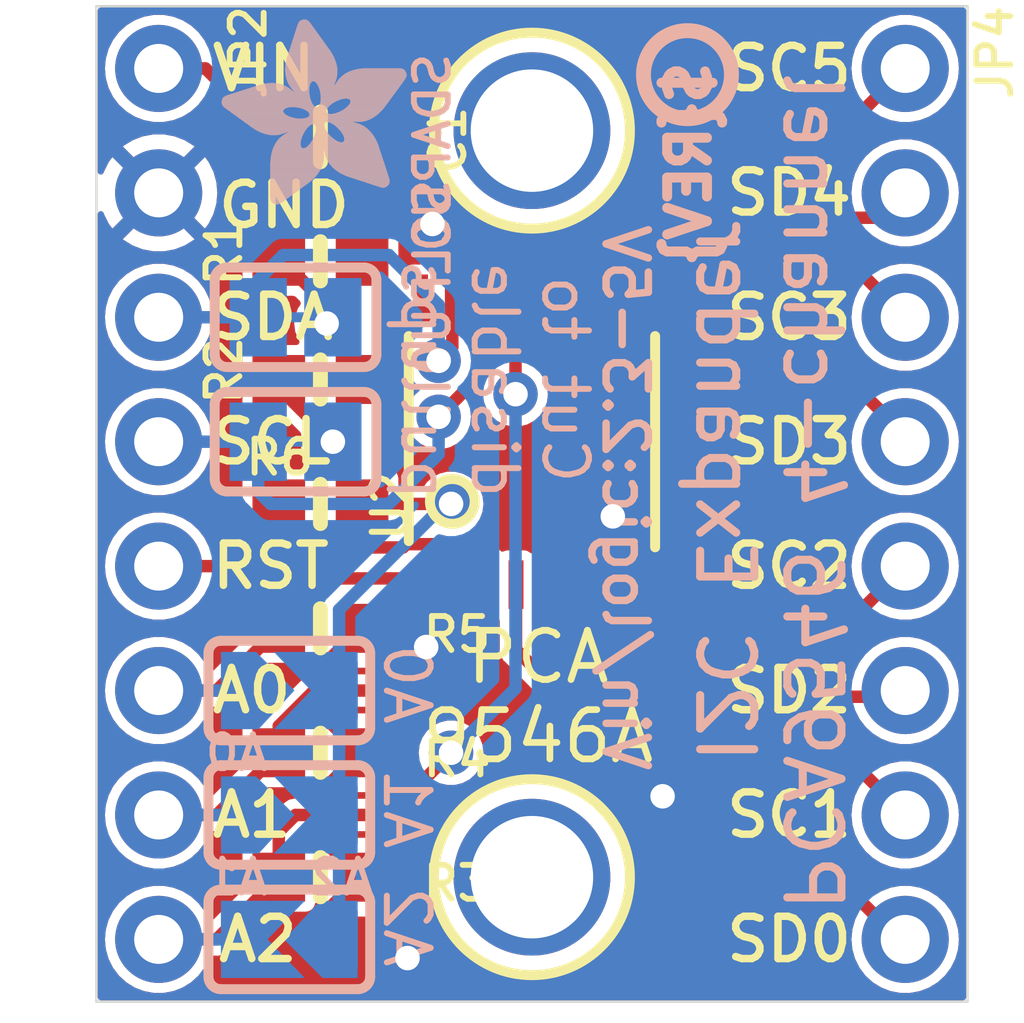
<source format=kicad_pcb>
(kicad_pcb (version 20221018) (generator pcbnew)
  (layers (0 "F.Cu" signal) (31 "B.Cu" signal) (34 "B.Paste" user) (35 "F.Paste" user) (36 "B.SilkS" user "B.Silkscreen") (37 "F.SilkS" user "F.Silkscreen") (38 "B.Mask" user) (39 "F.Mask" user) (44 "Edge.Cuts" user))
  (net 0 "")
  (net 1 "INPUTSDA")
  (net 2 "INPUTSCL")
  (net 3 "VCC")
  (net 4 "N$3")
  (net 5 "N$4")
  (net 6 "RESET")
  (net 7 "A2")
  (net 8 "A1")
  (net 9 "A0")
  (net 10 "GND")
  (net 11 "0SDA")
  (net 12 "0SCL")
  (net 13 "1SDA")
  (net 14 "1SCL")
  (net 15 "2SDA")
  (net 16 "2SCL")
  (net 17 "3SDA")
  (net 18 "3SCL")
  (footprint "working:1X08_ROUND_70" (layer "F.Cu") (at 156.1211 105.0036 -90)
    (fp_text reference "JP4" (at -10.2362 -1.8288 90) (layer "F.SilkS") (effects (font (size 0.692831 0.692831) (thickness 0.119969)) (justify right)))
    (fp_text value "")
    (pad "1" thru_hole circle (at -8.89 0) (size 1.778 1.778) (drill 1) (layers "*.Cu" "*.Mask") (net 18 "3SCL"))
    (pad "2" thru_hole circle (at -6.35 0) (size 1.778 1.778) (drill 1) (layers "*.Cu" "*.Mask") (net 17 "3SDA"))
    (pad "3" thru_hole circle (at -3.81 0) (size 1.778 1.778) (drill 1) (layers "*.Cu" "*.Mask") (net 16 "2SCL"))
    (pad "4" thru_hole circle (at -1.27 0) (size 1.778 1.778) (drill 1) (layers "*.Cu" "*.Mask") (net 15 "2SDA"))
    (pad "5" thru_hole circle (at 1.27 0) (size 1.778 1.778) (drill 1) (layers "*.Cu" "*.Mask") (net 14 "1SCL"))
    (pad "6" thru_hole circle (at 3.81 0) (size 1.778 1.778) (drill 1) (layers "*.Cu" "*.Mask") (net 13 "1SDA"))
    (pad "7" thru_hole circle (at 6.35 0) (size 1.778 1.778) (drill 1) (layers "*.Cu" "*.Mask") (net 12 "0SCL"))
    (pad "8" thru_hole circle (at 8.89 0) (size 1.778 1.778) (drill 1) (layers "*.Cu" "*.Mask") (net 11 "0SDA"))
  )
  (footprint "working:FIDUCIAL_1MM" (layer "F.Cu") (at 151.5491 97.3836)
    (fp_text reference "FID1" hide)
    (fp_text value "FIDUCIAL_1MM" hide)
    (pad "1" smd roundrect (at 0 0) (size 1 1) (layers "F.Cu" "F.Mask") (roundrect_rratio 0.5))
  )
  (footprint "working:MOUNTINGHOLE_2.5_PLATED" (layer "F.Cu") (at 148.5011 112.6236)
    (fp_text reference "U$4" hide)
    (fp_text value "MOUNTINGHOLE2.5" hide)
    (pad "P$1" thru_hole circle (at 0 0) (size 3.2 3.2) (drill 2.5) (layers "*.Cu" "*.Mask"))
    (zone (net 0) (net_name "") (layer "F.Cu") (connect_pads (clearance 0)) (min_thickness 0.25)
      (keepout (tracks not_allowed) (vias not_allowed) (pads not_allowed) (copperpour not_allowed) (footprints allowed))
      (fill (thermal_gap 0.5) (thermal_bridge_width 0.5))
      (polygon (pts (xy 150.5171 112.6236) (xy 150.49748 112.343027) (xy 150.439004 112.067915) (xy 150.342808 111.803619) (xy 150.210765 111.555283) (xy 150.045446 111.32774) (xy 149.850067 111.12542) (xy 149.628433 110.95226) (xy 149.384856 110.811631) (xy 149.124078 110.70627) (xy 148.851175 110.638228) (xy 148.571457 110.608828) (xy 148.290371 110.618644) (xy 148.013385 110.667484) (xy 147.745893 110.754397) (xy 147.4931 110.877693) (xy 147.259926 111.03497) (xy 147.050911 111.223169) (xy 146.870122 111.438625) (xy 146.721078 111.677145) (xy 146.60668 111.934087) (xy 146.529154 112.20445) (xy 146.490011 112.482971) (xy 146.490011 112.764229) (xy 146.529154 113.04275) (xy 146.60668 113.313113) (xy 146.721078 113.570055) (xy 146.870122 113.808575) (xy 147.050911 114.024031) (xy 147.259926 114.21223) (xy 147.4931 114.369507) (xy 147.745893 114.492803) (xy 148.013385 114.579716) (xy 148.290371 114.628556) (xy 148.571457 114.638372) (xy 148.851175 114.608972) (xy 149.124078 114.54093) (xy 149.384856 114.435569) (xy 149.628433 114.29494) (xy 149.850067 114.12178) (xy 150.045446 113.91946) (xy 150.210765 113.691917) (xy 150.342808 113.443581) (xy 150.439004 113.179285) (xy 150.49748 112.904173)))
      (polygon (pts (xy 148.4851 112.6236) (xy 148.489786 112.634914) (xy 148.5011 112.6396) (xy 148.512414 112.634914) (xy 148.5171 112.6236) (xy 148.512414 112.612286) (xy 148.5011 112.6076) (xy 148.489786 112.612286)))
    )
    (zone (net 0) (net_name "") (layer "B.Cu") (connect_pads (clearance 0)) (min_thickness 0.25)
      (keepout (tracks not_allowed) (vias not_allowed) (pads not_allowed) (copperpour not_allowed) (footprints allowed))
      (fill (thermal_gap 0.5) (thermal_bridge_width 0.5))
      (polygon (pts (xy 150.5171 112.6236) (xy 150.49748 112.343027) (xy 150.439004 112.067915) (xy 150.342808 111.803619) (xy 150.210765 111.555283) (xy 150.045446 111.32774) (xy 149.850067 111.12542) (xy 149.628433 110.95226) (xy 149.384856 110.811631) (xy 149.124078 110.70627) (xy 148.851175 110.638228) (xy 148.571457 110.608828) (xy 148.290371 110.618644) (xy 148.013385 110.667484) (xy 147.745893 110.754397) (xy 147.4931 110.877693) (xy 147.259926 111.03497) (xy 147.050911 111.223169) (xy 146.870122 111.438625) (xy 146.721078 111.677145) (xy 146.60668 111.934087) (xy 146.529154 112.20445) (xy 146.490011 112.482971) (xy 146.490011 112.764229) (xy 146.529154 113.04275) (xy 146.60668 113.313113) (xy 146.721078 113.570055) (xy 146.870122 113.808575) (xy 147.050911 114.024031) (xy 147.259926 114.21223) (xy 147.4931 114.369507) (xy 147.745893 114.492803) (xy 148.013385 114.579716) (xy 148.290371 114.628556) (xy 148.571457 114.638372) (xy 148.851175 114.608972) (xy 149.124078 114.54093) (xy 149.384856 114.435569) (xy 149.628433 114.29494) (xy 149.850067 114.12178) (xy 150.045446 113.91946) (xy 150.210765 113.691917) (xy 150.342808 113.443581) (xy 150.439004 113.179285) (xy 150.49748 112.904173)))
      (polygon (pts (xy 148.4851 112.6236) (xy 148.489786 112.634914) (xy 148.5011 112.6396) (xy 148.512414 112.634914) (xy 148.5171 112.6236) (xy 148.512414 112.612286) (xy 148.5011 112.6076) (xy 148.489786 112.612286)))
    )
  )
  (footprint "working:0603-NO" (layer "F.Cu") (at 144.1831 107.5436)
    (fp_text reference "R5" (at 2.032 0.127) (layer "F.SilkS") (effects (font (size 0.692831 0.692831) (thickness 0.119969)) (justify left)))
    (fp_text value "10K")
    (pad "1" smd rect (at -0.85 0) (size 1.075 1) (layers "F.Cu" "F.Paste" "F.Mask") (net 9 "A0"))
    (pad "2" smd rect (at 0.85 0) (size 1.075 1) (layers "F.Cu" "F.Paste" "F.Mask") (net 10 "GND"))
  )
  (footprint "working:0603-NO" (layer "F.Cu") (at 144.1831 105.0036)
    (fp_text reference "R6" (at -1.5875 -0.9525) (layer "F.SilkS") (effects (font (size 0.692831 0.692831) (thickness 0.119969)) (justify left)))
    (fp_text value "10K")
    (pad "1" smd rect (at -0.85 0) (size 1.075 1) (layers "F.Cu" "F.Paste" "F.Mask") (net 6 "RESET"))
    (pad "2" smd rect (at 0.85 0) (size 1.075 1) (layers "F.Cu" "F.Paste" "F.Mask") (net 3 "VCC"))
  )
  (footprint "working:FIDUCIAL_1MM" (layer "F.Cu") (at 151.8031 112.6236)
    (fp_text reference "FID3" hide)
    (fp_text value "FIDUCIAL_1MM" hide)
    (pad "1" smd roundrect (at 0 0) (size 1 1) (layers "F.Cu" "F.Mask") (roundrect_rratio 0.5))
  )
  (footprint "working:0603-NO" (layer "F.Cu") (at 144.1831 112.6236)
    (fp_text reference "R3" (at 2.032 0.127) (layer "F.SilkS") (effects (font (size 0.692831 0.692831) (thickness 0.119969)) (justify left)))
    (fp_text value "10K")
    (pad "1" smd rect (at -0.85 0) (size 1.075 1) (layers "F.Cu" "F.Paste" "F.Mask") (net 7 "A2"))
    (pad "2" smd rect (at 0.85 0) (size 1.075 1) (layers "F.Cu" "F.Paste" "F.Mask") (net 10 "GND"))
  )
  (footprint "working:TSSOP16" (layer "F.Cu") (at 148.5011 103.7336)
    (fp_text reference "U2" (at -2.8956 2.0828 90) (layer "F.SilkS") (effects (font (size 0.692831 0.692831) (thickness 0.119969)) (justify left)))
    (fp_text value "PCA9546A TSSOP")
    (pad "1" smd rect (at -2.275 2.9178) (size 0.3048 0.9906) (layers "F.Cu" "F.Paste" "F.Mask") (net 9 "A0"))
    (pad "2" smd rect (at -1.625 2.9178) (size 0.3048 0.9906) (layers "F.Cu" "F.Paste" "F.Mask") (net 8 "A1"))
    (pad "3" smd rect (at -0.975 2.9178) (size 0.3048 0.9906) (layers "F.Cu" "F.Paste" "F.Mask") (net 6 "RESET"))
    (pad "4" smd rect (at -0.325 2.9178) (size 0.3048 0.9906) (layers "F.Cu" "F.Paste" "F.Mask") (net 11 "0SDA"))
    (pad "5" smd rect (at 0.325 2.9178) (size 0.3048 0.9906) (layers "F.Cu" "F.Paste" "F.Mask") (net 12 "0SCL"))
    (pad "6" smd rect (at 0.975 2.9178) (size 0.3048 0.9906) (layers "F.Cu" "F.Paste" "F.Mask") (net 13 "1SDA"))
    (pad "7" smd rect (at 1.625 2.9178) (size 0.3048 0.9906) (layers "F.Cu" "F.Paste" "F.Mask") (net 14 "1SCL"))
    (pad "8" smd rect (at 2.275 2.9178) (size 0.3048 0.9906) (layers "F.Cu" "F.Paste" "F.Mask") (net 10 "GND"))
    (pad "9" smd rect (at 2.275 -2.9178) (size 0.3048 0.9906) (layers "F.Cu" "F.Paste" "F.Mask") (net 15 "2SDA"))
    (pad "10" smd rect (at 1.625 -2.9178) (size 0.3048 0.9906) (layers "F.Cu" "F.Paste" "F.Mask") (net 16 "2SCL"))
    (pad "11" smd rect (at 0.975 -2.9178) (size 0.3048 0.9906) (layers "F.Cu" "F.Paste" "F.Mask") (net 17 "3SDA"))
    (pad "12" smd rect (at 0.325 -2.9178) (size 0.3048 0.9906) (layers "F.Cu" "F.Paste" "F.Mask") (net 18 "3SCL"))
    (pad "13" smd rect (at -0.325 -2.9178) (size 0.3048 0.9906) (layers "F.Cu" "F.Paste" "F.Mask") (net 7 "A2"))
    (pad "14" smd rect (at -0.975 -2.9178) (size 0.3048 0.9906) (layers "F.Cu" "F.Paste" "F.Mask") (net 2 "INPUTSCL"))
    (pad "15" smd rect (at -1.625 -2.9178) (size 0.3048 0.9906) (layers "F.Cu" "F.Paste" "F.Mask") (net 1 "INPUTSDA"))
    (pad "16" smd rect (at -2.275 -2.9178) (size 0.3048 0.9906) (layers "F.Cu" "F.Paste" "F.Mask") (net 3 "VCC"))
  )
  (footprint "working:0805-NO" (layer "F.Cu") (at 144.1831 97.5106)
    (fp_text reference "C1" (at 2.6035 0.8255 90) (layer "F.SilkS") (effects (font (size 0.692831 0.692831) (thickness 0.119969)) (justify left)))
    (fp_text value "10uF")
    (pad "1" smd rect (at -0.95 0) (size 1.24 1.5) (layers "F.Cu" "F.Paste" "F.Mask") (net 3 "VCC"))
    (pad "2" smd rect (at 0.95 0) (size 1.24 1.5) (layers "F.Cu" "F.Paste" "F.Mask") (net 10 "GND"))
  )
  (footprint "working:0603-NO" (layer "F.Cu") (at 144.1831 100.0506)
    (fp_text reference "R1" (at -1.9685 0.5715 90) (layer "F.SilkS") (effects (font (size 0.692831 0.692831) (thickness 0.119969)) (justify left)))
    (fp_text value "10K")
    (pad "1" smd rect (at -0.85 0) (size 1.075 1) (layers "F.Cu" "F.Paste" "F.Mask") (net 5 "N$4"))
    (pad "2" smd rect (at 0.85 0) (size 1.075 1) (layers "F.Cu" "F.Paste" "F.Mask") (net 3 "VCC"))
  )
  (footprint "working:0603-NO" (layer "F.Cu") (at 144.1831 102.4636)
    (fp_text reference "R2" (at -1.9685 0.5715 90) (layer "F.SilkS") (effects (font (size 0.692831 0.692831) (thickness 0.119969)) (justify left)))
    (fp_text value "10K")
    (pad "1" smd rect (at -0.85 0) (size 1.075 1) (layers "F.Cu" "F.Paste" "F.Mask") (net 4 "N$3"))
    (pad "2" smd rect (at 0.85 0) (size 1.075 1) (layers "F.Cu" "F.Paste" "F.Mask") (net 3 "VCC"))
  )
  (footprint "working:0603-NO" (layer "F.Cu") (at 144.1831 110.0836)
    (fp_text reference "R4" (at 2.032 0.127) (layer "F.SilkS") (effects (font (size 0.692831 0.692831) (thickness 0.119969)) (justify left)))
    (fp_text value "10K")
    (pad "1" smd rect (at -0.85 0) (size 1.075 1) (layers "F.Cu" "F.Paste" "F.Mask") (net 8 "A1"))
    (pad "2" smd rect (at 0.85 0) (size 1.075 1) (layers "F.Cu" "F.Paste" "F.Mask") (net 10 "GND"))
  )
  (footprint "working:1X08_ROUND_70" (layer "F.Cu") (at 140.8811 105.0036 -90)
    (fp_text reference "JP2" (at -10.2362 -1.8288 90) (layer "F.SilkS") (effects (font (size 0.692831 0.692831) (thickness 0.119969)) (justify right)))
    (fp_text value "")
    (pad "1" thru_hole circle (at -8.89 0) (size 1.778 1.778) (drill 1) (layers "*.Cu" "*.Mask") (net 3 "VCC"))
    (pad "2" thru_hole circle (at -6.35 0) (size 1.778 1.778) (drill 1) (layers "*.Cu" "*.Mask") (net 10 "GND"))
    (pad "3" thru_hole circle (at -3.81 0) (size 1.778 1.778) (drill 1) (layers "*.Cu" "*.Mask") (net 1 "INPUTSDA"))
    (pad "4" thru_hole circle (at -1.27 0) (size 1.778 1.778) (drill 1) (layers "*.Cu" "*.Mask") (net 2 "INPUTSCL"))
    (pad "5" thru_hole circle (at 1.27 0) (size 1.778 1.778) (drill 1) (layers "*.Cu" "*.Mask") (net 6 "RESET"))
    (pad "6" thru_hole circle (at 3.81 0) (size 1.778 1.778) (drill 1) (layers "*.Cu" "*.Mask") (net 9 "A0"))
    (pad "7" thru_hole circle (at 6.35 0) (size 1.778 1.778) (drill 1) (layers "*.Cu" "*.Mask") (net 8 "A1"))
    (pad "8" thru_hole circle (at 8.89 0) (size 1.778 1.778) (drill 1) (layers "*.Cu" "*.Mask") (net 7 "A2"))
  )
  (footprint "working:MOUNTINGHOLE_2.5_PLATED" (layer "F.Cu") (at 148.5011 97.3836)
    (fp_text reference "U$5" hide)
    (fp_text value "MOUNTINGHOLE2.5" hide)
    (pad "P$1" thru_hole circle (at 0 0) (size 3.2 3.2) (drill 2.5) (layers "*.Cu" "*.Mask"))
    (zone (net 0) (net_name "") (layer "F.Cu") (connect_pads (clearance 0)) (min_thickness 0.25)
      (keepout (tracks not_allowed) (vias not_allowed) (pads not_allowed) (copperpour not_allowed) (footprints allowed))
      (fill (thermal_gap 0.5) (thermal_bridge_width 0.5))
      (polygon (pts (xy 150.5171 97.3836) (xy 150.49748 97.103027) (xy 150.439004 96.827915) (xy 150.342808 96.563619) (xy 150.210765 96.315283) (xy 150.045446 96.08774) (xy 149.850067 95.88542) (xy 149.628433 95.71226) (xy 149.384856 95.571631) (xy 149.124078 95.46627) (xy 148.851175 95.398228) (xy 148.571457 95.368828) (xy 148.290371 95.378644) (xy 148.013385 95.427484) (xy 147.745893 95.514397) (xy 147.4931 95.637693) (xy 147.259926 95.79497) (xy 147.050911 95.983169) (xy 146.870122 96.198625) (xy 146.721078 96.437145) (xy 146.60668 96.694087) (xy 146.529154 96.96445) (xy 146.490011 97.242971) (xy 146.490011 97.524229) (xy 146.529154 97.80275) (xy 146.60668 98.073113) (xy 146.721078 98.330055) (xy 146.870122 98.568575) (xy 147.050911 98.784031) (xy 147.259926 98.97223) (xy 147.4931 99.129507) (xy 147.745893 99.252803) (xy 148.013385 99.339716) (xy 148.290371 99.388556) (xy 148.571457 99.398372) (xy 148.851175 99.368972) (xy 149.124078 99.30093) (xy 149.384856 99.195569) (xy 149.628433 99.05494) (xy 149.850067 98.88178) (xy 150.045446 98.67946) (xy 150.210765 98.451917) (xy 150.342808 98.203581) (xy 150.439004 97.939285) (xy 150.49748 97.664173)))
      (polygon (pts (xy 148.4851 97.3836) (xy 148.489786 97.394914) (xy 148.5011 97.3996) (xy 148.512414 97.394914) (xy 148.5171 97.3836) (xy 148.512414 97.372286) (xy 148.5011 97.3676) (xy 148.489786 97.372286)))
    )
    (zone (net 0) (net_name "") (layer "B.Cu") (connect_pads (clearance 0)) (min_thickness 0.25)
      (keepout (tracks not_allowed) (vias not_allowed) (pads not_allowed) (copperpour not_allowed) (footprints allowed))
      (fill (thermal_gap 0.5) (thermal_bridge_width 0.5))
      (polygon (pts (xy 150.5171 97.3836) (xy 150.49748 97.103027) (xy 150.439004 96.827915) (xy 150.342808 96.563619) (xy 150.210765 96.315283) (xy 150.045446 96.08774) (xy 149.850067 95.88542) (xy 149.628433 95.71226) (xy 149.384856 95.571631) (xy 149.124078 95.46627) (xy 148.851175 95.398228) (xy 148.571457 95.368828) (xy 148.290371 95.378644) (xy 148.013385 95.427484) (xy 147.745893 95.514397) (xy 147.4931 95.637693) (xy 147.259926 95.79497) (xy 147.050911 95.983169) (xy 146.870122 96.198625) (xy 146.721078 96.437145) (xy 146.60668 96.694087) (xy 146.529154 96.96445) (xy 146.490011 97.242971) (xy 146.490011 97.524229) (xy 146.529154 97.80275) (xy 146.60668 98.073113) (xy 146.721078 98.330055) (xy 146.870122 98.568575) (xy 147.050911 98.784031) (xy 147.259926 98.97223) (xy 147.4931 99.129507) (xy 147.745893 99.252803) (xy 148.013385 99.339716) (xy 148.290371 99.388556) (xy 148.571457 99.398372) (xy 148.851175 99.368972) (xy 149.124078 99.30093) (xy 149.384856 99.195569) (xy 149.628433 99.05494) (xy 149.850067 98.88178) (xy 150.045446 98.67946) (xy 150.210765 98.451917) (xy 150.342808 98.203581) (xy 150.439004 97.939285) (xy 150.49748 97.664173)))
      (polygon (pts (xy 148.4851 97.3836) (xy 148.489786 97.394914) (xy 148.5011 97.3996) (xy 148.512414 97.394914) (xy 148.5171 97.3836) (xy 148.512414 97.372286) (xy 148.5011 97.3676) (xy 148.489786 97.372286)))
    )
  )
  (footprint "working:SOLDERJUMPER_CLOSEDWIRE" (layer "B.Cu") (at 143.6751 101.1936)
    (fp_text reference "SDAPU0" (at 2.794 -1.27 -90) (layer "B.SilkS") (effects (font (size 0.692831 0.692831) (thickness 0.119969)) (justify right mirror)))
    (fp_text value "")
    (pad "1" smd rect (at -0.762 0) (size 1.1684 1.6002) (layers "B.Cu") (net 1 "INPUTSDA"))
    (pad "2" smd rect (at 0.762 0) (size 1.1684 1.6002) (layers "B.Cu") (net 5 "N$4"))
    (pad "WIRE" smd rect (at 0 0 180) (size 0.635 0.2032) (layers "B.Cu"))
  )
  (footprint "working:PCBFEAT-REV-040" (layer "B.Cu") (at 151.6761 96.2406 -90)
    (fp_text reference "U$6" hide)
    (fp_text value "" hide)
    (fp_text user "${REV}" (at -0.3556 -0.508 90) (layer "B.SilkS") (effects (font (size 0.8128 0.8128) (thickness 0.2032)) (justify left bottom mirror)))
  )
  (footprint "working:SOLDERJUMPER_ARROW_NOPASTE" (layer "B.Cu") (at 143.5481 113.8936 180)
    (fp_text reference "A2" (at -1.778 1.27) (layer "B.SilkS") (effects (font (size 0.692831 0.692831) (thickness 0.119969)) (justify left mirror)))
    (fp_text value "")
    (fp_poly (pts (xy 0.106121 -0.002663) (xy -0.679416 -0.7882) (xy -1.3946 -0.7882) (xy -1.3946 0.7882) (xy -0.62715 0.7882)) (fill solid) (layer "B.Cu"))
    (fp_poly (pts (xy 1.3946 -0.7882) (xy -0.315893 -0.7882) (xy 0.443148 0) (xy -0.315893 0.7882) (xy 1.3946 0.7882)) (fill solid) (layer "B.Cu"))
    (pad "1" smd roundrect (at -1.016 0 180) (size 0.762 1.524) (layers "B.Cu") (net 3 "VCC"))
    (pad "2" smd roundrect (at 1.016 0 180) (size 0.762 1.524) (layers "B.Cu") (net 7 "A2"))
  )
  (footprint "working:SOLDERJUMPER_ARROW_NOPASTE" (layer "B.Cu") (at 143.5481 108.8136)
    (fp_text reference "A0" (at -1.778 1.27) (layer "B.SilkS") (effects (font (size 0.692831 0.692831) (thickness 0.119969)) (justify right mirror)))
    (fp_text value "")
    (fp_poly (pts (xy 0.106121 -0.002663) (xy -0.679416 -0.7882) (xy -1.3946 -0.7882) (xy -1.3946 0.7882) (xy -0.62715 0.7882)) (fill solid) (layer "B.Cu"))
    (fp_poly (pts (xy 1.3946 -0.7882) (xy -0.315893 -0.7882) (xy 0.443148 0) (xy -0.315893 0.7882) (xy 1.3946 0.7882)) (fill solid) (layer "B.Cu"))
    (pad "1" smd roundrect (at -1.016 0) (size 0.762 1.524) (layers "B.Cu") (net 9 "A0"))
    (pad "2" smd roundrect (at 1.016 0) (size 0.762 1.524) (layers "B.Cu") (net 3 "VCC"))
  )
  (footprint "working:SOLDERJUMPER_CLOSEDWIRE" (layer "B.Cu") (at 143.6751 103.7336)
    (fp_text reference "SCLPU0" (at 2.794 -1.27 -90) (layer "B.SilkS") (effects (font (size 0.692831 0.692831) (thickness 0.119969)) (justify right mirror)))
    (fp_text value "")
    (pad "1" smd rect (at -0.762 0) (size 1.1684 1.6002) (layers "B.Cu") (net 2 "INPUTSCL"))
    (pad "2" smd rect (at 0.762 0) (size 1.1684 1.6002) (layers "B.Cu") (net 4 "N$3"))
    (pad "WIRE" smd rect (at 0 0 180) (size 0.635 0.2032) (layers "B.Cu"))
  )
  (footprint "working:SOLDERJUMPER_ARROW_NOPASTE" (layer "B.Cu") (at 143.5481 111.3536)
    (fp_text reference "A1" (at -1.778 1.27) (layer "B.SilkS") (effects (font (size 0.692831 0.692831) (thickness 0.119969)) (justify right mirror)))
    (fp_text value "")
    (fp_poly (pts (xy 0.106121 -0.002663) (xy -0.679416 -0.7882) (xy -1.3946 -0.7882) (xy -1.3946 0.7882) (xy -0.62715 0.7882)) (fill solid) (layer "B.Cu"))
    (fp_poly (pts (xy 1.3946 -0.7882) (xy -0.315893 -0.7882) (xy 0.443148 0) (xy -0.315893 0.7882) (xy 1.3946 0.7882)) (fill solid) (layer "B.Cu"))
    (pad "1" smd roundrect (at -1.016 0) (size 0.762 1.524) (layers "B.Cu") (net 8 "A1"))
    (pad "2" smd roundrect (at 1.016 0) (size 0.762 1.524) (layers "B.Cu") (net 3 "VCC"))
  )
  (footprint "working:ADAFRUIT_3.5MM" (layer "B.Cu") (at 145.9611 98.9076 180)
    (fp_text reference "U$7" hide)
    (fp_text value "" hide)
  )
  (gr_line (start 139.6111 115.1636) (end 139.6111 94.8436) (stroke (width 0.05)) (layer "Edge.Cuts"))
  (gr_line (start 139.6111 94.8436) (end 157.3911 94.8436) (stroke (width 0.05)) (layer "Edge.Cuts"))
  (gr_line (start 157.3911 94.8436) (end 157.3911 115.1636) (stroke (width 0.05)) (layer "Edge.Cuts"))
  (gr_line (start 157.3911 115.1636) (end 139.6111 115.1636) (stroke (width 0.05)) (layer "Edge.Cuts"))
  (gr_text "Cut to\ndisable\npullups" (at 147.7391 102.4636 -90) (layer "B.SilkS") (effects (font (size 0.89408 0.89408) (thickness 0.12192)) (justify mirror)))
  (gr_text "A2" (at 146.4691 112.7506 -90) (layer "B.SilkS") (effects (font (size 0.89408 0.89408) (thickness 0.12192)) (justify right top mirror)))
  (gr_text "A0" (at 146.4691 107.7976 -90) (layer "B.SilkS") (effects (font (size 0.89408 0.89408) (thickness 0.12192)) (justify right top mirror)))
  (gr_text "PCA9546 4-channel\nI2C Expander" (at 153.3271 104.7496 -90) (layer "B.SilkS") (effects (font (size 1.1049 1.1049) (thickness 0.1651)) (justify mirror)))
  (gr_text "Vin/logic:2.3-5V" (at 150.4061 104.8766 -90) (layer "B.SilkS") (effects (font (size 0.8636 0.8636) (thickness 0.1524)) (justify mirror)))
  (gr_text "A1" (at 146.4691 110.3376 -90) (layer "B.SilkS") (effects (font (size 0.89408 0.89408) (thickness 0.12192)) (justify right top mirror)))
  (gr_text "SD2" (at 155.1051 108.8136) (layer "F.SilkS") (effects (font (size 0.8636 0.8636) (thickness 0.1524)) (justify right)))
  (gr_text "SC2" (at 155.1051 106.2736) (layer "F.SilkS") (effects (font (size 0.8636 0.8636) (thickness 0.1524)) (justify right)))
  (gr_text "A2" (at 142.0241 113.8936) (layer "F.SilkS") (effects (font (size 0.8636 0.8636) (thickness 0.1524)) (justify left)))
  (gr_text "VIN" (at 141.8971 96.1136) (layer "F.SilkS") (effects (font (size 0.8636 0.8636) (thickness 0.1524)) (justify left)))
  (gr_text "A1" (at 141.8971 111.3536) (layer "F.SilkS") (effects (font (size 0.8636 0.8636) (thickness 0.1524)) (justify left)))
  (gr_text "SD4" (at 155.1051 98.6536) (layer "F.SilkS") (effects (font (size 0.8636 0.8636) (thickness 0.1524)) (justify right)))
  (gr_text "SC1" (at 155.1051 111.3536) (layer "F.SilkS") (effects (font (size 0.8636 0.8636) (thickness 0.1524)) (justify right)))
  (gr_text "RST" (at 141.8971 106.2736) (layer "F.SilkS") (effects (font (size 0.8636 0.8636) (thickness 0.1524)) (justify left)))
  (gr_text "SC5" (at 155.1051 96.1136) (layer "F.SilkS") (effects (font (size 0.8636 0.8636) (thickness 0.1524)) (justify right)))
  (gr_text "A0" (at 141.8971 108.8136) (layer "F.SilkS") (effects (font (size 0.8636 0.8636) (thickness 0.1524)) (justify left)))
  (gr_text "SDA" (at 141.8971 101.1936) (layer "F.SilkS") (effects (font (size 0.8636 0.8636) (thickness 0.1524)) (justify left)))
  (gr_text "PCA\n9546A" (at 148.6281 108.9406) (layer "F.SilkS") (effects (font (size 1.00584 1.00584) (thickness 0.13716))))
  (gr_text "GND" (at 142.0241 98.9076) (layer "F.SilkS") (effects (font (size 0.8636 0.8636) (thickness 0.1524)) (justify left)))
  (gr_text "SCL" (at 141.8971 103.7336) (layer "F.SilkS") (effects (font (size 0.8636 0.8636) (thickness 0.1524)) (justify left)))
  (gr_text "SD0" (at 155.1051 113.8936) (layer "F.SilkS") (effects (font (size 0.8636 0.8636) (thickness 0.1524)) (justify right)))
  (gr_text "SD3" (at 155.1051 103.7336) (layer "F.SilkS") (effects (font (size 0.8636 0.8636) (thickness 0.1524)) (justify right)))
  (gr_text "SC3" (at 155.1051 101.1936) (layer "F.SilkS") (effects (font (size 0.8636 0.8636) (thickness 0.1524)) (justify right)))
  (segment (start 146.8761 101.8026) (end 146.5961 102.0826) (width 0.254) (layer "F.Cu") (net 1))
  (segment (start 146.8761 100.8158) (end 146.8761 101.8026) (width 0.254) (layer "F.Cu") (net 1))
  (via (at 146.5961 102.0826) (size 0.9064) (drill 0.5) (layers "F.Cu" "B.Cu") (net 1))
  (segment (start 145.5801 99.9236) (end 143.4211 99.9236) (width 0.254) (layer "B.Cu") (net 1))
  (segment (start 146.5961 102.0826) (end 146.5961 100.9396) (width 0.254) (layer "B.Cu") (net 1))
  (segment (start 142.9131 101.1936) (end 140.8811 101.1936) (width 0.254) (layer "B.Cu") (net 1))
  (segment (start 146.5961 100.9396) (end 145.5801 99.9236) (width 0.254) (layer "B.Cu") (net 1))
  (segment (start 143.2306 100.1141) (end 142.9131 100.4316) (width 0.254) (layer "B.Cu") (net 1))
  (segment (start 142.9131 100.4316) (end 142.9131 101.1936) (width 0.254) (layer "B.Cu") (net 1))
  (segment (start 143.4211 99.9236) (end 143.2306 100.1141) (width 0.254) (layer "B.Cu") (net 1))
  (segment (start 147.5261 102.2956) (end 146.5961 103.2256) (width 0.254) (layer "F.Cu") (net 2))
  (segment (start 147.5261 100.8158) (end 147.5261 102.2956) (width 0.254) (layer "F.Cu") (net 2))
  (via (at 146.5961 103.2256) (size 0.9064) (drill 0.5) (layers "F.Cu" "B.Cu") (net 2))
  (segment (start 145.5801 105.0036) (end 143.1671 105.0036) (width 0.254) (layer "B.Cu") (net 2))
  (segment (start 142.9131 103.7336) (end 140.8811 103.7336) (width 0.254) (layer "B.Cu") (net 2))
  (segment (start 143.1671 105.0036) (end 142.9131 104.7496) (width 0.254) (layer "B.Cu") (net 2))
  (segment (start 142.9131 104.7496) (end 142.9131 103.7336) (width 0.254) (layer "B.Cu") (net 2))
  (segment (start 146.5961 103.9876) (end 145.5801 105.0036) (width 0.254) (layer "B.Cu") (net 2))
  (segment (start 146.5961 103.2256) (end 146.5961 103.9876) (width 0.254) (layer "B.Cu") (net 2))
  (segment (start 145.4141 102.8446) (end 145.4141 104.6226) (width 0.254) (layer "F.Cu") (net 3))
  (segment (start 146.2261 100.8158) (end 146.3321 101.1646) (width 0.254) (layer "F.Cu") (net 3))
  (segment (start 145.0331 105.0036) (end 146.8501 105.0036) (width 0.254) (layer "F.Cu") (net 3))
  (segment (start 141.8361 96.1136) (end 143.2331 97.5106) (width 0.254) (layer "F.Cu") (net 3))
  (segment (start 143.2331 97.5106) (end 143.2331 97.8306) (width 0.254) (layer "F.Cu") (net 3))
  (segment (start 145.0331 105.0036) (end 145.4141 104.6226) (width 0.254) (layer "F.Cu") (net 3))
  (segment (start 145.4141 102.8446) (end 145.0331 102.4636) (width 0.254) (layer "F.Cu") (net 3))
  (segment (start 140.8811 96.1136) (end 141.8361 96.1136) (width 0.254) (layer "F.Cu") (net 3))
  (segment (start 143.2331 97.8306) (end 145.0331 99.6306) (width 0.254) (layer "F.Cu") (net 3))
  (segment (start 145.0331 100.0506) (end 145.4141 100.4316) (width 0.254) (layer "F.Cu") (net 3))
  (segment (start 145.4141 100.4316) (end 145.4141 102.0826) (width 0.254) (layer "F.Cu") (net 3))
  (segment (start 145.0331 102.4636) (end 146.3321 101.1646) (width 0.254) (layer "F.Cu") (net 3))
  (segment (start 145.4141 102.0826) (end 145.0331 102.4636) (width 0.254) (layer "F.Cu") (net 3))
  (segment (start 145.0331 99.6306) (end 145.0331 100.0506) (width 0.254) (layer "F.Cu") (net 3))
  (via (at 146.8501 105.0036) (size 0.9064) (drill 0.5) (layers "F.Cu" "B.Cu") (net 3))
  (segment (start 146.7231 105.0036) (end 144.5641 107.1626) (width 0.254) (layer "B.Cu") (net 3))
  (segment (start 144.5641 113.8936) (end 144.5641 111.3536) (width 0.254) (layer "B.Cu") (net 3))
  (segment (start 146.8501 105.0036) (end 146.7231 105.0036) (width 0.254) (layer "B.Cu") (net 3))
  (segment (start 144.5641 111.3536) (end 144.5641 108.8136) (width 0.254) (layer "B.Cu") (net 3))
  (segment (start 144.5641 108.8136) (end 144.5641 107.1626) (width 0.254) (layer "B.Cu") (net 3))
  (segment (start 143.3331 102.6296) (end 144.4371 103.7336) (width 0.254) (layer "F.Cu") (net 4))
  (segment (start 143.3331 102.4636) (end 143.3331 102.6296) (width 0.254) (layer "F.Cu") (net 4))
  (via (at 144.4371 103.7336) (size 0.9064) (drill 0.5) (layers "F.Cu" "B.Cu") (net 4))
  (segment (start 144.3101 100.9396) (end 143.4211 100.0506) (width 0.254) (layer "F.Cu") (net 5))
  (segment (start 143.3331 100.0506) (end 143.4211 100.0506) (width 0.254) (layer "F.Cu") (net 5))
  (segment (start 144.3101 101.3206) (end 144.3101 100.9396) (width 0.254) (layer "F.Cu") (net 5))
  (via (at 144.3101 101.3206) (size 0.9064) (drill 0.5) (layers "F.Cu" "B.Cu") (net 5))
  (segment (start 144.1831 100.815525) (end 144.1831 100.6856) (width 0.254) (layer "B.Cu") (net 5))
  (segment (start 144.4371 101.1936) (end 144.3101 101.3206) (width 0.254) (layer "B.Cu") (net 5))
  (segment (start 144.4371 100.9396) (end 144.4371 101.1936) (width 0.254) (layer "B.Cu") (net 5))
  (segment (start 144.3228 101.0793) (end 144.3228 100.955225) (width 0.254) (layer "B.Cu") (net 5))
  (segment (start 144.4371 101.1936) (end 144.3228 101.0793) (width 0.254) (layer "B.Cu") (net 5))
  (segment (start 144.3228 100.955225) (end 144.1831 100.815525) (width 0.254) (layer "B.Cu") (net 5))
  (segment (start 144.3228 101.1936) (end 144.4371 101.1936) (width 0.254) (layer "B.Cu") (net 5))
  (segment (start 144.1831 100.6856) (end 144.4371 100.9396) (width 0.254) (layer "B.Cu") (net 5))
  (segment (start 145.870225 105.8926) (end 145.936925 105.8259) (width 0.254) (layer "F.Cu") (net 6))
  (segment (start 147.2914 105.8259) (end 147.5261 106.0606) (width 0.254) (layer "F.Cu") (net 6))
  (segment (start 142.0631 106.2736) (end 143.3331 105.0036) (width 0.254) (layer "F.Cu") (net 6))
  (segment (start 140.8811 106.2736) (end 142.0631 106.2736) (width 0.254) (layer "F.Cu") (net 6))
  (segment (start 145.936925 105.8259) (end 147.2914 105.8259) (width 0.254) (layer "F.Cu") (net 6))
  (segment (start 143.3331 105.0036) (end 144.2221 105.8926) (width 0.254) (layer "F.Cu") (net 6))
  (segment (start 147.5261 106.0606) (end 147.5261 106.6514) (width 0.254) (layer "F.Cu") (net 6))
  (segment (start 144.2221 105.8926) (end 145.870225 105.8926) (width 0.254) (layer "F.Cu") (net 6))
  (segment (start 143.3331 112.6236) (end 143.3331 111.6956) (width 0.254) (layer "F.Cu") (net 7))
  (segment (start 148.16605 102.76355) (end 148.16605 100.82585) (width 0.254) (layer "F.Cu") (net 7))
  (segment (start 146.8501 110.0836) (end 145.5801 111.3536) (width 0.254) (layer "F.Cu") (net 7))
  (segment (start 142.0631 113.8936) (end 143.3331 112.6236) (width 0.254) (layer "F.Cu") (net 7))
  (segment (start 148.16605 100.82585) (end 148.1761 100.8158) (width 0.254) (layer "F.Cu") (net 7))
  (segment (start 145.5801 111.3536) (end 143.6751 111.3536) (width 0.254) (layer "F.Cu") (net 7))
  (segment (start 142.0631 113.8936) (end 140.8811 113.8936) (width 0.254) (layer "F.Cu") (net 7))
  (segment (start 143.3331 111.6956) (end 143.6751 111.3536) (width 0.254) (layer "F.Cu") (net 7))
  (via (at 148.16605 102.76355) (size 0.9064) (drill 0.5) (layers "F.Cu" "B.Cu") (net 7))
  (via (at 146.8501 110.0836) (size 0.9064) (drill 0.5) (layers "F.Cu" "B.Cu") (net 7))
  (segment (start 142.5321 113.8936) (end 140.8811 113.8936) (width 0.254) (layer "B.Cu") (net 7))
  (segment (start 148.16605 108.76765) (end 148.16605 102.76355) (width 0.254) (layer "B.Cu") (net 7))
  (segment (start 146.8501 110.0836) (end 148.16605 108.76765) (width 0.254) (layer "B.Cu") (net 7))
  (segment (start 144.0561 108.8136) (end 143.3331 109.5366) (width 0.254) (layer "F.Cu") (net 8))
  (segment (start 143.3331 110.0836) (end 142.0631 111.3536) (width 0.254) (layer "F.Cu") (net 8))
  (segment (start 147.2571 107.6674) (end 147.2571 108.2796) (width 0.254) (layer "F.Cu") (net 8))
  (segment (start 146.8761 106.6514) (end 146.8761 107.2864) (width 0.254) (layer "F.Cu") (net 8))
  (segment (start 146.7231 108.8136) (end 144.0561 108.8136) (width 0.254) (layer "F.Cu") (net 8))
  (segment (start 147.2571 108.2796) (end 146.7231 108.8136) (width 0.254) (layer "F.Cu") (net 8))
  (segment (start 143.3331 109.5366) (end 143.3331 110.0836) (width 0.254) (layer "F.Cu") (net 8))
  (segment (start 142.0631 111.3536) (end 140.8811 111.3536) (width 0.254) (layer "F.Cu") (net 8))
  (segment (start 147.2571 107.6674) (end 146.8761 107.2864) (width 0.254) (layer "F.Cu") (net 8))
  (segment (start 142.5321 111.3536) (end 140.8811 111.3536) (width 0.254) (layer "B.Cu") (net 8))
  (segment (start 146.2261 106.6514) (end 146.0991 106.5244) (width 0.254) (layer "F.Cu") (net 9))
  (segment (start 143.2941 107.5046) (end 143.3331 107.5436) (width 0.254) (layer "F.Cu") (net 9))
  (segment (start 146.0991 106.5244) (end 143.6783 106.5244) (width 0.254) (layer "F.Cu") (net 9))
  (segment (start 143.2941 106.9086) (end 143.2941 107.5046) (width 0.254) (layer "F.Cu") (net 9))
  (segment (start 142.0631 108.8136) (end 140.8811 108.8136) (width 0.254) (layer "F.Cu") (net 9))
  (segment (start 143.3331 107.5436) (end 142.0631 108.8136) (width 0.254) (layer "F.Cu") (net 9))
  (segment (start 143.6783 106.5244) (end 143.2941 106.9086) (width 0.254) (layer "F.Cu") (net 9))
  (segment (start 142.5321 108.8136) (end 140.8811 108.8136) (width 0.254) (layer "B.Cu") (net 9))
  (via (at 146.3421 107.9246) (size 0.9064) (drill 0.5) (layers "F.Cu" "B.Cu") (net 10))
  (via (at 146.4691 99.2886) (size 0.9064) (drill 0.5) (layers "F.Cu" "B.Cu") (net 10))
  (via (at 150.1521 105.2576) (size 0.9064) (drill 0.5) (layers "F.Cu" "B.Cu") (net 10))
  (via (at 151.1681 110.9726) (size 0.9064) (drill 0.5) (layers "F.Cu" "B.Cu") (net 10))
  (via (at 145.9611 114.2746) (size 0.9064) (drill 0.5) (layers "F.Cu" "B.Cu") (net 10))
  (segment (start 150.1521 109.9566) (end 152.0571 109.9566) (width 0.254) (layer "F.Cu") (net 11))
  (segment (start 148.1761 106.6514) (end 148.1761 107.9806) (width 0.254) (layer "F.Cu") (net 11))
  (segment (start 148.1761 107.9806) (end 150.1521 109.9566) (width 0.254) (layer "F.Cu") (net 11))
  (segment (start 155.9941 113.8936) (end 152.0571 109.9566) (width 0.254) (layer "F.Cu") (net 11))
  (segment (start 156.1211 113.8936) (end 155.9941 113.8936) (width 0.254) (layer "F.Cu") (net 11))
  (segment (start 148.8261 106.6514) (end 148.8261 107.4876) (width 0.254) (layer "F.Cu") (net 12))
  (segment (start 150.7871 109.4486) (end 154.2161 109.4486) (width 0.254) (layer "F.Cu") (net 12))
  (segment (start 148.8261 107.4876) (end 150.7871 109.4486) (width 0.254) (layer "F.Cu") (net 12))
  (segment (start 154.2161 109.4486) (end 156.1211 111.3536) (width 0.254) (layer "F.Cu") (net 12))
  (segment (start 155.9941 108.9406) (end 151.0411 108.9406) (width 0.254) (layer "F.Cu") (net 13))
  (segment (start 149.4761 106.6514) (end 149.4761 107.3756) (width 0.254) (layer "F.Cu") (net 13))
  (segment (start 149.4761 107.3756) (end 151.0411 108.9406) (width 0.254) (layer "F.Cu") (net 13))
  (segment (start 156.1211 108.8136) (end 155.9941 108.9406) (width 0.254) (layer "F.Cu") (net 13))
  (segment (start 156.1211 106.2736) (end 154.4701 107.9246) (width 0.254) (layer "F.Cu") (net 14))
  (segment (start 154.4701 107.9246) (end 150.8913 107.9246) (width 0.254) (layer "F.Cu") (net 14))
  (segment (start 150.1261 106.6514) (end 150.1261 107.1594) (width 0.254) (layer "F.Cu") (net 14))
  (segment (start 150.8913 107.9246) (end 150.1261 107.1594) (width 0.254) (layer "F.Cu") (net 14))
  (segment (start 156.1211 103.6066) (end 156.1211 103.7336) (width 0.254) (layer "F.Cu") (net 15))
  (segment (start 150.7761 100.8158) (end 153.3303 100.8158) (width 0.254) (layer "F.Cu") (net 15))
  (segment (start 153.3303 100.8158) (end 156.1211 103.6066) (width 0.254) (layer "F.Cu") (net 15))
  (segment (start 150.1261 100.2036) (end 150.6601 99.6696) (width 0.254) (layer "F.Cu") (net 16))
  (segment (start 150.6601 99.6696) (end 154.5971 99.6696) (width 0.254) (layer "F.Cu") (net 16))
  (segment (start 154.5971 99.6696) (end 156.1211 101.1936) (width 0.254) (layer "F.Cu") (net 16))
  (segment (start 150.1261 100.8158) (end 150.1261 100.2036) (width 0.254) (layer "F.Cu") (net 16))
  (segment (start 149.4761 100.8158) (end 149.4761 100.0916) (width 0.254) (layer "F.Cu") (net 17))
  (segment (start 155.6131 99.1616) (end 156.1211 98.6536) (width 0.254) (layer "F.Cu") (net 17))
  (segment (start 155.6131 99.1616) (end 150.4061 99.1616) (width 0.254) (layer "F.Cu") (net 17))
  (segment (start 149.4761 100.0916) (end 150.4061 99.1616) (width 0.254) (layer "F.Cu") (net 17))
  (segment (start 153.5811 98.6536) (end 156.1211 96.1136) (width 0.254) (layer "F.Cu") (net 18))
  (segment (start 148.8261 100.089263) (end 150.261762 98.6536) (width 0.254) (layer "F.Cu") (net 18))
  (segment (start 148.8261 100.8158) (end 148.8261 100.089263) (width 0.254) (layer "F.Cu") (net 18))
  (segment (start 153.5811 98.6536) (end 150.261762 98.6536) (width 0.254) (layer "F.Cu") (net 18))
  (zone (net 10) (net_name "GND") (layer "F.Cu") (priority 6) (connect_pads (clearance 0.000001)) (min_thickness 0.127) (fill yes (thermal_gap 0.304) (thermal_bridge_width 0.304))
    (polygon (pts (xy 157.6451 115.2906) (xy 139.4841 115.2906) (xy 139.4841 94.7166) (xy 157.6451 94.7166)))
  )
  (zone (net 10) (net_name "GND") (layer "B.Cu") (priority 6) (connect_pads (clearance 0.000001)) (min_thickness 0.127) (fill yes (thermal_gap 0.304) (thermal_bridge_width 0.304))
    (polygon (pts (xy 157.6451 115.2906) (xy 139.4841 115.2906) (xy 139.4841 94.7166) (xy 157.6451 94.7166)))
  )
)
</source>
